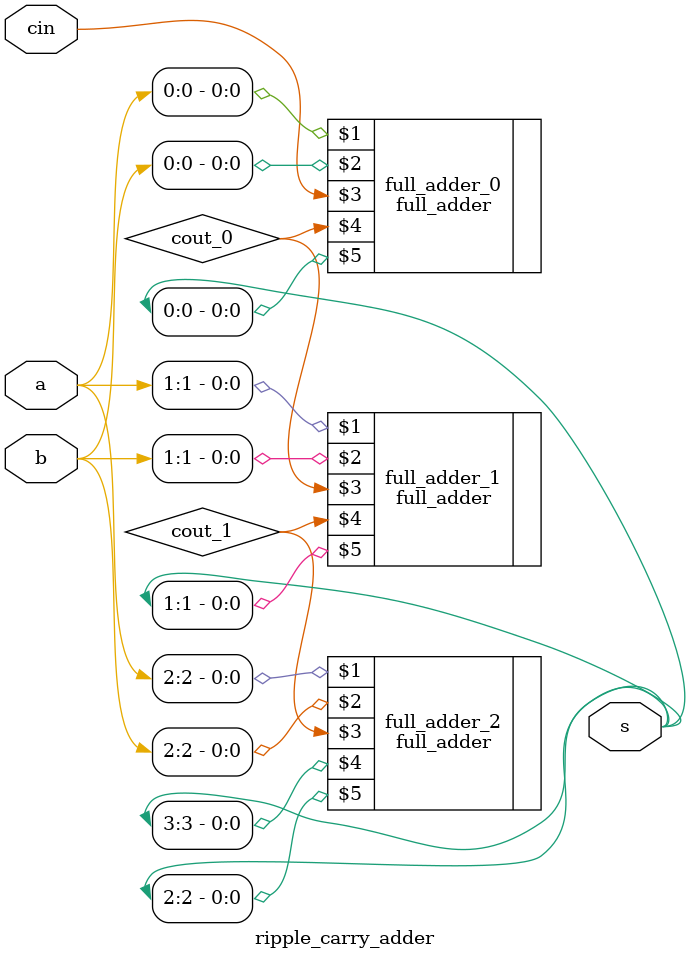
<source format=v>
module ripple_carry_adder (
	input [2:0] a,
	input [2:0] b,
	input cin,
	output [3:0] s
	);
	
	wire cout_0, cout_1;
	
	full_adder full_adder_0(a[0], b[0], cin, cout_0, s[0]);
	full_adder full_adder_1(a[1], b[1], cout_0, cout_1, s[1]);
	full_adder full_adder_2(a[2], b[2], cout_1, s[3], s[2]);
	
endmodule
</source>
